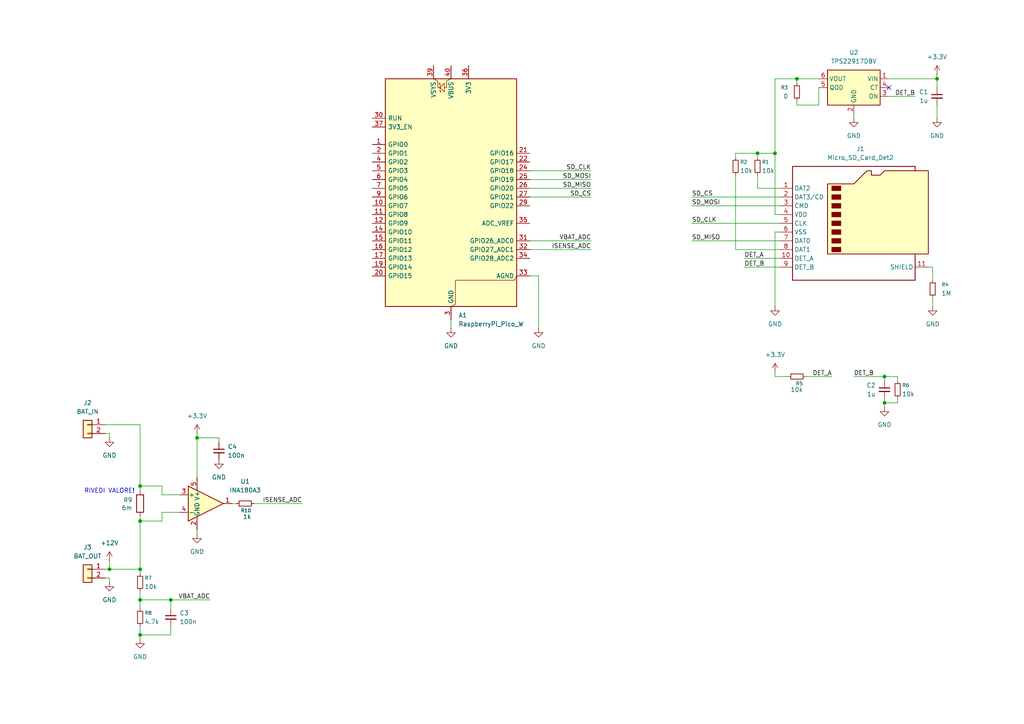
<source format=kicad_sch>
(kicad_sch (version 20250114) (generator "eeschema") (generator_version "9.0")
  (paper "A4")
  (lib_symbols
    (symbol "Amplifier_Current:INA180A3" (pin_names (offset 0.127))
      (property "Reference" "U" (at 3.81 3.81 0))
      (property "Value" "INA180A3" (at 3.81 -2.54 0))
      (symbol "INA180A3_0_1"
        (polyline (pts (xy 5.08 0) (xy -5.08 5.08) (xy -5.08 -5.08) (xy 5.08 0)) (stroke (width 0.254)) (fill (type background)))
      )
      (symbol "INA180A3_1_1"
        (pin input line (at -7.62 2.54 0) (length 2.54) (name "+") (number "3"))
        (pin input line (at -7.62 -2.54 0) (length 2.54) (name "-") (number "4"))
        (pin power_in line (at -2.54 7.62 270) (length 3.81) (name "V+") (number "5"))
        (pin power_in line (at -2.54 -7.62 90) (length 3.81) (name "GND") (number "2"))
        (pin output line (at 7.62 0 180) (length 2.54) (name "~") (number "1"))
      )
    )
    (symbol "Connector:Micro_SD_Card_Det2"
      (property "Reference" "J" (at -16.51 17.78 0))
      (property "Value" "Micro_SD_Card_Det2" (at 16.51 17.78 0))
      (symbol "Micro_SD_Card_Det2_0_1"
        (polyline (pts (xy -8.89 -8.89) (xy -8.89 11.43) (xy -1.27 11.43) (xy 2.54 15.24) (xy 3.81 15.24) (xy 3.81 13.97) (xy 6.35 13.97) (xy 7.62 15.24) (xy 20.32 15.24) (xy 20.32 -8.89) (xy -8.89 -8.89)) (stroke (width 0.254)) (fill (type background)))
        (rectangle (start -7.62 10.795) (end -5.08 9.525) (stroke (width 0.254)) (fill (type outline)))
        (rectangle (start -7.62 8.255) (end -5.08 6.985) (stroke (width 0.254)) (fill (type outline)))
        (rectangle (start -7.62 5.715) (end -5.08 4.445) (stroke (width 0.254)) (fill (type outline)))
        (rectangle (start -7.62 3.175) (end -5.08 1.905) (stroke (width 0.254)) (fill (type outline)))
        (rectangle (start -7.62 0.635) (end -5.08 -0.635) (stroke (width 0.254)) (fill (type outline)))
        (rectangle (start -7.62 -1.905) (end -5.08 -3.175) (stroke (width 0.254)) (fill (type outline)))
        (rectangle (start -7.62 -4.445) (end -5.08 -5.715) (stroke (width 0.254)) (fill (type outline)))
        (rectangle (start -7.62 -6.985) (end -5.08 -8.255) (stroke (width 0.254)) (fill (type outline)))
        (polyline (pts (xy 16.51 15.24) (xy 16.51 16.51) (xy -19.05 16.51) (xy -19.05 -16.51) (xy 16.51 -16.51) (xy 16.51 -8.89)) (stroke (width 0.254)))
      )
      (symbol "Micro_SD_Card_Det2_1_1"
        (pin bidirectional line (at -22.86 10.16 0) (length 3.81) (name "DAT2") (number "1"))
        (pin bidirectional line (at -22.86 7.62 0) (length 3.81) (name "DAT3/CD") (number "2"))
        (pin input line (at -22.86 5.08 0) (length 3.81) (name "CMD") (number "3"))
        (pin power_in line (at -22.86 2.54 0) (length 3.81) (name "VDD") (number "4"))
        (pin input line (at -22.86 0 0) (length 3.81) (name "CLK") (number "5"))
        (pin power_in line (at -22.86 -2.54 0) (length 3.81) (name "VSS") (number "6"))
        (pin bidirectional line (at -22.86 -5.08 0) (length 3.81) (name "DAT0") (number "7"))
        (pin bidirectional line (at -22.86 -7.62 0) (length 3.81) (name "DAT1") (number "8"))
        (pin passive line (at -22.86 -10.16 0) (length 3.81) (name "DET_A") (number "10"))
        (pin passive line (at -22.86 -12.7 0) (length 3.81) (name "DET_B") (number "9"))
        (pin passive line (at 20.32 -12.7 180) (length 3.81) (name "SHIELD") (number "11"))
      )
    )
    (symbol "Connector_Generic:Conn_01x02" (pin_names (offset 1.016) (hide yes))
      (property "Reference" "J" (at 0 2.54 0))
      (property "Value" "Conn_01x02" (at 0 -5.08 0))
      (symbol "Conn_01x02_1_1"
        (rectangle (start -1.27 1.27) (end 1.27 -3.81) (stroke (width 0.254)) (fill (type background)))
        (rectangle (start -1.27 0.127) (end 0 -0.127) (stroke (width 0.1524)))
        (rectangle (start -1.27 -2.413) (end 0 -2.667) (stroke (width 0.1524)))
        (pin passive line (at -5.08 0 0) (length 3.81) (name "Pin_1") (number "1"))
        (pin passive line (at -5.08 -2.54 0) (length 3.81) (name "Pin_2") (number "2"))
      )
    )
    (symbol "Device:C_Small" (pin_numbers (hide yes)) (pin_names (offset 0.254) (hide yes))
      (property "Reference" "C" (at 0.254 1.778 0))
      (property "Value" "C_Small" (at 0.254 -2.032 0))
      (symbol "C_Small_0_1"
        (polyline (pts (xy -1.524 0.508) (xy 1.524 0.508)) (stroke (width 0.3048)))
        (polyline (pts (xy -1.524 -0.508) (xy 1.524 -0.508)) (stroke (width 0.3302)))
      )
      (symbol "C_Small_1_1"
        (pin passive line (at 0 2.54 270) (length 2.032) (name "~") (number "1"))
        (pin passive line (at 0 -2.54 90) (length 2.032) (name "~") (number "2"))
      )
    )
    (symbol "Device:R" (pin_numbers (hide yes)) (pin_names (offset 0))
      (property "Reference" "R" (at 2.032 0 90))
      (property "Value" "R" (at 0 0 90))
      (symbol "R_0_1"
        (rectangle (start -1.016 -2.54) (end 1.016 2.54) (stroke (width 0.254)))
      )
      (symbol "R_1_1"
        (pin passive line (at 0 3.81 270) (length 1.27) (name "~") (number "1"))
        (pin passive line (at 0 -3.81 90) (length 1.27) (name "~") (number "2"))
      )
    )
    (symbol "Device:R_Small" (pin_numbers (hide yes)) (pin_names (offset 0.254) (hide yes))
      (property "Reference" "R" (at 0 0 90))
      (property "Value" "R_Small" (at 1.778 0 90))
      (symbol "R_Small_0_1"
        (rectangle (start -0.762 1.778) (end 0.762 -1.778) (stroke (width 0.2032)))
      )
      (symbol "R_Small_1_1"
        (pin passive line (at 0 2.54 270) (length 0.762) (name "~") (number "1"))
        (pin passive line (at 0 -2.54 90) (length 0.762) (name "~") (number "2"))
      )
    )
    (symbol "MCU_Module:RaspberryPi_Pico_W" (pin_names (offset 0.762))
      (property "Reference" "A" (at -19.05 35.56 0))
      (property "Value" "RaspberryPi_Pico_W" (at 7.62 35.56 0))
      (symbol "RaspberryPi_Pico_W_0_1"
        (rectangle (start -19.05 34.29) (end 19.05 -31.75) (stroke (width 0.254)) (fill (type background)))
        (polyline (pts (xy -5.08 34.29) (xy -3.81 33.655) (xy -3.81 31.75) (xy -3.175 31.75)))
        (polyline (pts (xy -3.429 32.766) (xy -3.429 33.02) (xy -3.175 33.02) (xy -3.175 30.48) (xy -2.921 30.48) (xy -2.921 30.734)))
        (polyline (pts (xy -3.175 31.75) (xy -1.905 33.02) (xy -1.905 30.48) (xy -3.175 31.75)))
        (polyline (pts (xy 0 34.29) (xy -1.27 33.655) (xy -1.27 31.75) (xy -1.905 31.75)))
        (polyline (pts (xy 0 -31.75) (xy 1.27 -31.115) (xy 1.27 -24.13) (xy 18.415 -24.13) (xy 19.05 -22.86)))
      )
      (symbol "RaspberryPi_Pico_W_1_1"
        (pin passive line (at -22.86 22.86 0) (length 3.81) (name "RUN") (number "30"))
        (pin passive line (at -22.86 20.32 0) (length 3.81) (name "3V3_EN") (number "37"))
        (pin bidirectional line (at -22.86 15.24 0) (length 3.81) (name "GPIO0") (number "1"))
        (pin bidirectional line (at -22.86 12.7 0) (length 3.81) (name "GPIO1") (number "2"))
        (pin bidirectional line (at -22.86 10.16 0) (length 3.81) (name "GPIO2") (number "4"))
        (pin bidirectional line (at -22.86 7.62 0) (length 3.81) (name "GPIO3") (number "5"))
        (pin bidirectional line (at -22.86 5.08 0) (length 3.81) (name "GPIO4") (number "6"))
        (pin bidirectional line (at -22.86 2.54 0) (length 3.81) (name "GPIO5") (number "7"))
        (pin bidirectional line (at -22.86 0 0) (length 3.81) (name "GPIO6") (number "9"))
        (pin bidirectional line (at -22.86 -2.54 0) (length 3.81) (name "GPIO7") (number "10"))
        (pin bidirectional line (at -22.86 -5.08 0) (length 3.81) (name "GPIO8") (number "11"))
        (pin bidirectional line (at -22.86 -7.62 0) (length 3.81) (name "GPIO9") (number "12"))
        (pin bidirectional line (at -22.86 -10.16 0) (length 3.81) (name "GPIO10") (number "14"))
        (pin bidirectional line (at -22.86 -12.7 0) (length 3.81) (name "GPIO11") (number "15"))
        (pin bidirectional line (at -22.86 -15.24 0) (length 3.81) (name "GPIO12") (number "16"))
        (pin bidirectional line (at -22.86 -17.78 0) (length 3.81) (name "GPIO13") (number "17"))
        (pin bidirectional line (at -22.86 -20.32 0) (length 3.81) (name "GPIO14") (number "19"))
        (pin bidirectional line (at -22.86 -22.86 0) (length 3.81) (name "GPIO15") (number "20"))
        (pin power_in line (at -5.08 38.1 270) (length 3.81) (name "VSYS") (number "39"))
        (pin power_out line (at 0 38.1 270) (length 3.81) (name "VBUS") (number "40"))
        (pin passive line (at 0 -35.56 90) (length 3.81) (hide yes) (name "GND") (number "13"))
        (pin passive line (at 0 -35.56 90) (length 3.81) (hide yes) (name "GND") (number "18"))
        (pin passive line (at 0 -35.56 90) (length 3.81) (hide yes) (name "GND") (number "23"))
        (pin passive line (at 0 -35.56 90) (length 3.81) (hide yes) (name "GND") (number "28"))
        (pin power_out line (at 0 -35.56 90) (length 3.81) (name "GND") (number "3"))
        (pin passive line (at 0 -35.56 90) (length 3.81) (hide yes) (name "GND") (number "38"))
        (pin passive line (at 0 -35.56 90) (length 3.81) (hide yes) (name "GND") (number "8"))
        (pin power_out line (at 5.08 38.1 270) (length 3.81) (name "3V3") (number "36"))
        (pin bidirectional line (at 22.86 12.7 180) (length 3.81) (name "GPIO16") (number "21"))
        (pin bidirectional line (at 22.86 10.16 180) (length 3.81) (name "GPIO17") (number "22"))
        (pin bidirectional line (at 22.86 7.62 180) (length 3.81) (name "GPIO18") (number "24"))
        (pin bidirectional line (at 22.86 5.08 180) (length 3.81) (name "GPIO19") (number "25"))
        (pin bidirectional line (at 22.86 2.54 180) (length 3.81) (name "GPIO20") (number "26"))
        (pin bidirectional line (at 22.86 0 180) (length 3.81) (name "GPIO21") (number "27"))
        (pin bidirectional line (at 22.86 -2.54 180) (length 3.81) (name "GPIO22") (number "29"))
        (pin power_in line (at 22.86 -7.62 180) (length 3.81) (name "ADC_VREF") (number "35"))
        (pin bidirectional line (at 22.86 -12.7 180) (length 3.81) (name "GPIO26_ADC0") (number "31"))
        (pin bidirectional line (at 22.86 -15.24 180) (length 3.81) (name "GPIO27_ADC1") (number "32"))
        (pin bidirectional line (at 22.86 -17.78 180) (length 3.81) (name "GPIO28_ADC2") (number "34"))
        (pin power_out line (at 22.86 -22.86 180) (length 3.81) (name "AGND") (number "33"))
      )
    )
    (symbol "Power_Management:TPS22917DBV"
      (property "Reference" "U" (at -6.35 6.35 0))
      (property "Value" "TPS22917DBV" (at 2.54 6.35 0))
      (symbol "TPS22917DBV_0_1"
        (rectangle (start -7.62 5.08) (end 7.62 -5.08) (stroke (width 0.254)) (fill (type background)))
      )
      (symbol "TPS22917DBV_1_1"
        (pin power_in line (at -10.16 2.54 0) (length 2.54) (name "VIN") (number "1"))
        (pin output line (at -10.16 0 0) (length 2.54) (name "CT") (number "4"))
        (pin input line (at -10.16 -2.54 0) (length 2.54) (name "ON") (number "3"))
        (pin power_in line (at 0 -7.62 90) (length 2.54) (name "GND") (number "2"))
        (pin power_out line (at 10.16 2.54 180) (length 2.54) (name "VOUT") (number "6"))
        (pin open_collector line (at 10.16 0 180) (length 2.54) (name "QOD") (number "5"))
      )
    )
    (symbol "power:+12V" (power) (pin_numbers (hide yes)) (pin_names (offset 0) (hide yes))
      (property "Value" "+12V" (at 0 3.556 0))
      (symbol "+12V_0_1"
        (polyline (pts (xy -0.762 1.27) (xy 0 2.54)))
        (polyline (pts (xy 0 2.54) (xy 0.762 1.27)))
        (polyline (pts (xy 0 0) (xy 0 2.54)))
      )
      (symbol "+12V_1_1"
        (pin power_in line (at 0 0 90) (length 0) (name "~") (number "1"))
      )
    )
    (symbol "power:+3.3V" (power) (pin_numbers (hide yes)) (pin_names (offset 0) (hide yes))
      (property "Value" "+3.3V" (at 0 3.556 0))
      (symbol "+3.3V_0_1"
        (polyline (pts (xy -0.762 1.27) (xy 0 2.54)))
        (polyline (pts (xy 0 2.54) (xy 0.762 1.27)))
        (polyline (pts (xy 0 0) (xy 0 2.54)))
      )
      (symbol "+3.3V_1_1"
        (pin power_in line (at 0 0 90) (length 0) (name "~") (number "1"))
      )
    )
    (symbol "power:GND" (power) (pin_numbers (hide yes)) (pin_names (offset 0) (hide yes))
      (property "Value" "GND" (at 0 -3.81 0))
      (symbol "GND_0_1"
        (polyline (pts (xy 0 0) (xy 0 -1.27) (xy 1.27 -1.27) (xy 0 -2.54) (xy -1.27 -1.27) (xy 0 -1.27)))
      )
      (symbol "GND_1_1"
        (pin power_in line (at 0 0 270) (length 0) (name "~") (number "1"))
      )
    )
  )
  (text "RIVEDI VALORE!" (at 31.75 142.494 0) (effects (font (size 1.27 1.27))))
  (junction (at 256.54 116.84))
  (junction (at 224.79 44.45))
  (junction (at 57.15 127))
  (junction (at 271.78 22.86))
  (junction (at 31.75 165.1))
  (junction (at 40.64 173.99))
  (junction (at 40.64 140.97))
  (junction (at 40.64 151.13))
  (junction (at 256.54 109.22))
  (junction (at 40.64 184.15))
  (junction (at 49.53 173.99))
  (junction (at 231.14 22.86))
  (junction (at 40.64 165.1))
  (junction (at 219.71 44.45))
  (no_connect (at 257.81 25.4))
  (wire (pts (xy 153.67 69.85) (xy 171.45 69.85)))
  (wire (pts (xy 49.53 176.53) (xy 49.53 173.99)))
  (wire (pts (xy 219.71 44.45) (xy 224.79 44.45)))
  (wire (pts (xy 153.67 52.07) (xy 171.45 52.07)))
  (wire (pts (xy 271.78 22.86) (xy 271.78 25.4)))
  (wire (pts (xy 31.75 165.1) (xy 40.64 165.1)))
  (wire (pts (xy 219.71 54.61) (xy 226.06 54.61)))
  (wire (pts (xy 215.9 77.47) (xy 226.06 77.47)))
  (wire (pts (xy 46.99 148.59) (xy 52.07 148.59)))
  (wire (pts (xy 40.64 173.99) (xy 40.64 176.53)))
  (wire (pts (xy 200.66 64.77) (xy 226.06 64.77)))
  (wire (pts (xy 219.71 45.72) (xy 219.71 44.45)))
  (wire (pts (xy 30.48 165.1) (xy 31.75 165.1)))
  (wire (pts (xy 213.36 44.45) (xy 213.36 45.72)))
  (wire (pts (xy 57.15 127) (xy 57.15 125.73)))
  (wire (pts (xy 224.79 67.31) (xy 226.06 67.31)))
  (wire (pts (xy 153.67 72.39) (xy 171.45 72.39)))
  (wire (pts (xy 260.35 109.22) (xy 260.35 110.49)))
  (wire (pts (xy 224.79 109.22) (xy 224.79 107.95)))
  (wire (pts (xy 49.53 181.61) (xy 49.53 184.15)))
  (wire (pts (xy 256.54 109.22) (xy 256.54 110.49)))
  (wire (pts (xy 260.35 116.84) (xy 256.54 116.84)))
  (wire (pts (xy 237.49 25.4) (xy 237.49 30.48)))
  (wire (pts (xy 265.43 27.94) (xy 257.81 27.94)))
  (wire (pts (xy 260.35 115.57) (xy 260.35 116.84)))
  (wire (pts (xy 270.51 77.47) (xy 269.24 77.47)))
  (wire (pts (xy 224.79 88.9) (xy 224.79 67.31)))
  (wire (pts (xy 271.78 30.48) (xy 271.78 34.29)))
  (wire (pts (xy 49.53 184.15) (xy 40.64 184.15)))
  (wire (pts (xy 256.54 116.84) (xy 256.54 118.11)))
  (wire (pts (xy 231.14 22.86) (xy 231.14 24.13)))
  (wire (pts (xy 31.75 162.56) (xy 31.75 165.1)))
  (wire (pts (xy 231.14 29.21) (xy 231.14 30.48)))
  (wire (pts (xy 46.99 143.51) (xy 52.07 143.51)))
  (wire (pts (xy 31.75 125.73) (xy 30.48 125.73)))
  (wire (pts (xy 60.96 173.99) (xy 49.53 173.99)))
  (wire (pts (xy 40.64 151.13) (xy 46.99 151.13)))
  (wire (pts (xy 153.67 54.61) (xy 171.45 54.61)))
  (wire (pts (xy 213.36 72.39) (xy 226.06 72.39)))
  (wire (pts (xy 153.67 57.15) (xy 171.45 57.15)))
  (wire (pts (xy 57.15 127) (xy 57.15 138.43)))
  (wire (pts (xy 213.36 44.45) (xy 219.71 44.45)))
  (wire (pts (xy 63.5 128.27) (xy 63.5 127)))
  (wire (pts (xy 224.79 44.45) (xy 224.79 62.23)))
  (wire (pts (xy 153.67 49.53) (xy 171.45 49.53)))
  (wire (pts (xy 270.51 81.28) (xy 270.51 77.47)))
  (wire (pts (xy 67.31 146.05) (xy 68.58 146.05)))
  (wire (pts (xy 215.9 74.93) (xy 226.06 74.93)))
  (wire (pts (xy 31.75 168.91) (xy 31.75 167.64)))
  (wire (pts (xy 40.64 181.61) (xy 40.64 184.15)))
  (wire (pts (xy 40.64 165.1) (xy 40.64 151.13)))
  (wire (pts (xy 247.65 109.22) (xy 256.54 109.22)))
  (wire (pts (xy 57.15 153.67) (xy 57.15 154.94)))
  (wire (pts (xy 247.65 33.02) (xy 247.65 34.29)))
  (wire (pts (xy 233.68 109.22) (xy 241.3 109.22)))
  (wire (pts (xy 256.54 109.22) (xy 260.35 109.22)))
  (wire (pts (xy 213.36 50.8) (xy 213.36 72.39)))
  (wire (pts (xy 40.64 184.15) (xy 40.64 185.42)))
  (wire (pts (xy 257.81 22.86) (xy 271.78 22.86)))
  (wire (pts (xy 30.48 123.19) (xy 40.64 123.19)))
  (wire (pts (xy 156.21 80.01) (xy 153.67 80.01)))
  (wire (pts (xy 40.64 140.97) (xy 46.99 140.97)))
  (wire (pts (xy 200.66 69.85) (xy 226.06 69.85)))
  (wire (pts (xy 156.21 95.25) (xy 156.21 80.01)))
  (wire (pts (xy 40.64 165.1) (xy 40.64 166.37)))
  (wire (pts (xy 271.78 22.86) (xy 271.78 21.59)))
  (wire (pts (xy 237.49 22.86) (xy 231.14 22.86)))
  (wire (pts (xy 130.81 92.71) (xy 130.81 95.25)))
  (wire (pts (xy 40.64 171.45) (xy 40.64 173.99)))
  (wire (pts (xy 231.14 30.48) (xy 237.49 30.48)))
  (wire (pts (xy 231.14 22.86) (xy 224.79 22.86)))
  (wire (pts (xy 63.5 127) (xy 57.15 127)))
  (wire (pts (xy 40.64 151.13) (xy 40.64 149.86)))
  (wire (pts (xy 256.54 115.57) (xy 256.54 116.84)))
  (wire (pts (xy 200.66 59.69) (xy 226.06 59.69)))
  (wire (pts (xy 226.06 62.23) (xy 224.79 62.23)))
  (wire (pts (xy 200.66 57.15) (xy 226.06 57.15)))
  (wire (pts (xy 228.6 109.22) (xy 224.79 109.22)))
  (wire (pts (xy 224.79 22.86) (xy 224.79 44.45)))
  (wire (pts (xy 73.66 146.05) (xy 87.63 146.05)))
  (wire (pts (xy 40.64 123.19) (xy 40.64 140.97)))
  (wire (pts (xy 40.64 140.97) (xy 40.64 142.24)))
  (wire (pts (xy 40.64 173.99) (xy 49.53 173.99)))
  (wire (pts (xy 31.75 167.64) (xy 30.48 167.64)))
  (wire (pts (xy 219.71 50.8) (xy 219.71 54.61)))
  (wire (pts (xy 46.99 140.97) (xy 46.99 143.51)))
  (wire (pts (xy 31.75 127) (xy 31.75 125.73)))
  (wire (pts (xy 270.51 86.36) (xy 270.51 88.9)))
  (wire (pts (xy 46.99 151.13) (xy 46.99 148.59)))
  (label "VBAT_ADC" (at 171.45 69.85 180))
  (label "SD_MISO" (at 200.66 69.85 0))
  (label "ISENSE_ADC" (at 87.63 146.05 180))
  (label "DET_A" (at 241.3 109.22 180))
  (label "SD_MOSI" (at 171.45 52.07 180))
  (label "DET_A" (at 215.9 74.93 0))
  (label "SD_MOSI" (at 200.66 59.69 0))
  (label "VBAT_ADC" (at 60.96 173.99 180))
  (label "SD_CS" (at 171.45 57.15 180))
  (label "DET_B" (at 265.43 27.94 180))
  (label "SD_MISO" (at 171.45 54.61 180))
  (label "ISENSE_ADC" (at 171.45 72.39 180))
  (label "SD_CS" (at 200.66 57.15 0))
  (label "DET_B" (at 247.65 109.22 0))
  (label "SD_CLK" (at 171.45 49.53 180))
  (label "SD_CLK" (at 200.66 64.77 0))
  (label "DET_B" (at 215.9 77.47 0))
  (symbol (lib_id "MCU_Module:RaspberryPi_Pico_W") (at 130.81 57.15 0) (unit 1)
    (property "Reference" "A1" (at 132.9533 91.44 0) (effects (justify left)))
    (property "Value" "RaspberryPi_Pico_W" (at 132.9533 93.98 0) (effects (justify left)))
    (property "Footprint" "Module:RaspberryPi_Pico_W_SMD_HandSolder" (effects (hide yes)))
    (property "Datasheet" "https://datasheets.raspberrypi.com/picow/pico-w-datasheet.pdf" (effects (hide yes)))
    (property "Description" "Versatile and inexpensive wireless microcontroller module powered by RP2040 dual-core Arm Cortex-M0+ processor up to 133 MHz, 264kB SRAM, 2MB QSPI flash, Infineon CYW43439 2.4GHz 802.11n wireless LAN; also supports Raspberry Pi Pico 2 W" (effects (hide yes)))
  )
  (symbol (lib_id "power:GND") (at 271.78 34.29 0) (mirror y) (unit 1)
    (property "Reference" "#PWR03" (effects (hide yes)))
    (property "Value" "GND" (at 271.78 39.37 0))
    (property "Description" "Power symbol creates a global label with name \"GND\" , ground" (effects (hide yes)))
  )
  (symbol (lib_id "power:GND") (at 256.54 118.11 0) (unit 1)
    (property "Reference" "#PWR09" (effects (hide yes)))
    (property "Value" "GND" (at 256.54 123.19 0))
    (property "Description" "Power symbol creates a global label with name \"GND\" , ground" (effects (hide yes)))
  )
  (symbol (lib_id "power:+12V") (at 31.75 162.56 0) (unit 1)
    (property "Reference" "#PWR017" (effects (hide yes)))
    (property "Value" "+12V" (at 31.75 157.48 0))
    (property "Description" "Power symbol creates a global label with name \"+12V\"" (effects (hide yes)))
  )
  (symbol (lib_id "Device:C_Small") (at 271.78 27.94 0) (mirror y) (unit 1)
    (property "Reference" "C1" (at 269.24 26.6762 0) (effects (justify left)))
    (property "Value" "1u" (at 269.24 29.2162 0) (effects (justify left)))
    (property "Footprint" "Capacitor_SMD:C_0805_2012Metric_Pad1.18x1.45mm_HandSolder" (effects (hide yes)))
    (property "Description" "Unpolarized capacitor, small symbol" (effects (hide yes)))
  )
  (symbol (lib_id "Connector_Generic:Conn_01x02") (at 25.4 165.1 0) (mirror y) (unit 1)
    (property "Reference" "J3" (at 25.4 158.75 0))
    (property "Value" "BAT_OUT" (at 25.4 161.29 0))
    (property "Description" "Generic connector, single row, 01x02, script generated (kicad-library-utils/schlib/autogen/connector/)" (effects (hide yes)))
  )
  (symbol (lib_id "Device:R_Small") (at 40.64 168.91 0) (unit 1)
    (property "Reference" "R7" (at 41.91 167.64 0) (effects (font (size 1.016 1.016)) (justify left)))
    (property "Value" "10k" (at 41.91 170.18 0) (effects (justify left)))
    (property "Footprint" "Resistor_SMD:R_0805_2012Metric_Pad1.20x1.40mm_HandSolder" (effects (hide yes)))
    (property "Description" "Resistor, small symbol" (effects (hide yes)))
  )
  (symbol (lib_id "power:GND") (at 224.79 88.9 0) (unit 1)
    (property "Reference" "#PWR07" (effects (hide yes)))
    (property "Value" "GND" (at 224.79 93.98 0))
    (property "Description" "Power symbol creates a global label with name \"GND\" , ground" (effects (hide yes)))
  )
  (symbol (lib_id "Device:C_Small") (at 63.5 130.81 0) (unit 1)
    (property "Reference" "C4" (at 66.04 129.5462 0) (effects (justify left)))
    (property "Value" "100n" (at 66.04 132.0862 0) (effects (justify left)))
    (property "Footprint" "Capacitor_SMD:C_0805_2012Metric_Pad1.18x1.45mm_HandSolder" (effects (hide yes)))
    (property "Description" "Unpolarized capacitor, small symbol" (effects (hide yes)))
  )
  (symbol (lib_id "Device:C_Small") (at 256.54 113.03 0) (mirror y) (unit 1)
    (property "Reference" "C2" (at 254 111.7662 0) (effects (justify left)))
    (property "Value" "1u" (at 254 114.3062 0) (effects (justify left)))
    (property "Footprint" "Capacitor_SMD:C_0805_2012Metric_Pad1.18x1.45mm_HandSolder" (effects (hide yes)))
    (property "Description" "Unpolarized capacitor, small symbol" (effects (hide yes)))
  )
  (symbol (lib_id "power:GND") (at 31.75 127 0) (unit 1)
    (property "Reference" "#PWR015" (effects (hide yes)))
    (property "Value" "GND" (at 31.75 132.08 0))
    (property "Description" "Power symbol creates a global label with name \"GND\" , ground" (effects (hide yes)))
  )
  (symbol (lib_id "Connector:Micro_SD_Card_Det2") (at 248.92 64.77 0) (unit 1)
    (property "Reference" "J1" (at 249.555 43.18 0))
    (property "Value" "Micro_SD_Card_Det2" (at 249.555 45.72 0))
    (property "Footprint" "Connector_Card:microSD_HC_Molex_104031-0811" (effects (hide yes)))
    (property "Datasheet" "https://www.hirose.com/en/product/document?clcode=&productname=&series=DM3&documenttype=Catalog&lang=en&documentid=D49662_en" (effects (hide yes)))
    (property "Description" "Micro SD Card Socket with two card detection pins" (effects (hide yes)))
  )
  (symbol (lib_id "Device:R_Small") (at 219.71 48.26 0) (unit 1)
    (property "Reference" "R1" (at 220.98 46.99 0) (effects (font (size 1.016 1.016)) (justify left)))
    (property "Value" "10k" (at 220.98 49.53 0) (effects (justify left)))
    (property "Footprint" "Resistor_SMD:R_0805_2012Metric_Pad1.20x1.40mm_HandSolder" (effects (hide yes)))
    (property "Description" "Resistor, small symbol" (effects (hide yes)))
  )
  (symbol (lib_id "power:GND") (at 40.64 185.42 0) (unit 1)
    (property "Reference" "#PWR06" (effects (hide yes)))
    (property "Value" "GND" (at 40.64 190.5 0))
    (property "Description" "Power symbol creates a global label with name \"GND\" , ground" (effects (hide yes)))
  )
  (symbol (lib_id "power:GND") (at 270.51 88.9 0) (unit 1)
    (property "Reference" "#PWR05" (effects (hide yes)))
    (property "Value" "GND" (at 270.51 93.98 0))
    (property "Description" "Power symbol creates a global label with name \"GND\" , ground" (effects (hide yes)))
  )
  (symbol (lib_id "power:GND") (at 156.21 95.25 0) (unit 1)
    (property "Reference" "#PWR011" (effects (hide yes)))
    (property "Value" "GND" (at 156.21 100.33 0))
    (property "Description" "Power symbol creates a global label with name \"GND\" , ground" (effects (hide yes)))
  )
  (symbol (lib_id "power:GND") (at 57.15 154.94 0) (unit 1)
    (property "Reference" "#PWR014" (effects (hide yes)))
    (property "Value" "GND" (at 57.15 160.02 0))
    (property "Description" "Power symbol creates a global label with name \"GND\" , ground" (effects (hide yes)))
  )
  (symbol (lib_id "Device:R_Small") (at 231.14 26.67 0) (mirror y) (unit 1)
    (property "Reference" "R3" (at 228.6 25.3999 0) (effects (font (size 1.016 1.016)) (justify left)))
    (property "Value" "0" (at 228.6 27.9399 0) (effects (justify left)))
    (property "Footprint" "Resistor_SMD:R_0805_2012Metric_Pad1.20x1.40mm_HandSolder" (effects (hide yes)))
    (property "Description" "Resistor, small symbol" (effects (hide yes)))
  )
  (symbol (lib_id "Amplifier_Current:INA180A3") (at 59.69 146.05 0) (unit 1)
    (property "Reference" "U1" (at 71.12 139.6298 0))
    (property "Value" "INA180A3" (at 71.12 142.1698 0))
    (property "Footprint" "Package_TO_SOT_SMD:SOT-23-5" (effects (hide yes)))
    (property "Datasheet" "http://www.ti.com/lit/ds/symlink/ina180.pdf" (effects (hide yes)))
    (property "Description" "Current Sense Amplifier, 1 Circuit, Rail-to-Rail, 26V, Gain 100 V/V, SOT-23-5" (effects (hide yes)))
  )
  (symbol (lib_id "power:+3.3V") (at 57.15 125.73 0) (mirror y) (unit 1)
    (property "Reference" "#PWR010" (effects (hide yes)))
    (property "Value" "+3.3V" (at 57.15 120.65 0))
    (property "Description" "Power symbol creates a global label with name \"+3.3V\"" (effects (hide yes)))
  )
  (symbol (lib_id "power:GND") (at 247.65 34.29 0) (mirror y) (unit 1)
    (property "Reference" "#PWR04" (effects (hide yes)))
    (property "Value" "GND" (at 247.65 39.37 0))
    (property "Description" "Power symbol creates a global label with name \"GND\" , ground" (effects (hide yes)))
  )
  (symbol (lib_id "power:GND") (at 63.5 133.35 0) (unit 1)
    (property "Reference" "#PWR013" (effects (hide yes)))
    (property "Value" "GND" (at 63.5 138.43 0))
    (property "Description" "Power symbol creates a global label with name \"GND\" , ground" (effects (hide yes)))
  )
  (symbol (lib_id "Connector_Generic:Conn_01x02") (at 25.4 123.19 0) (mirror y) (unit 1)
    (property "Reference" "J2" (at 25.4 116.84 0))
    (property "Value" "BAT_IN" (at 25.4 119.38 0))
    (property "Description" "Generic connector, single row, 01x02, script generated (kicad-library-utils/schlib/autogen/connector/)" (effects (hide yes)))
  )
  (symbol (lib_id "power:+3.3V") (at 224.79 107.95 0) (unit 1)
    (property "Reference" "#PWR08" (effects (hide yes)))
    (property "Value" "+3.3V" (at 224.79 102.87 0))
    (property "Description" "Power symbol creates a global label with name \"+3.3V\"" (effects (hide yes)))
  )
  (symbol (lib_id "Device:R_Small") (at 71.12 146.05 90) (unit 1)
    (property "Reference" "R10" (at 72.898 148.082 90) (effects (font (size 1.016 1.016)) (justify left)))
    (property "Value" "1k" (at 72.898 149.86 90) (effects (justify left)))
    (property "Footprint" "Resistor_SMD:R_0805_2012Metric_Pad1.20x1.40mm_HandSolder" (effects (hide yes)))
    (property "Description" "Resistor, small symbol" (effects (hide yes)))
  )
  (symbol (lib_id "Device:C_Small") (at 49.53 179.07 0) (unit 1)
    (property "Reference" "C3" (at 52.07 177.8062 0) (effects (justify left)))
    (property "Value" "100n" (at 52.07 180.3462 0) (effects (justify left)))
    (property "Footprint" "Capacitor_SMD:C_0805_2012Metric_Pad1.18x1.45mm_HandSolder" (effects (hide yes)))
    (property "Description" "Unpolarized capacitor, small symbol" (effects (hide yes)))
  )
  (symbol (lib_id "Power_Management:TPS22917DBV") (at 247.65 25.4 0) (mirror y) (unit 1)
    (property "Reference" "U2" (at 247.65 15.24 0))
    (property "Value" "TPS22917DBV" (at 247.65 17.78 0))
    (property "Footprint" "Package_TO_SOT_SMD:SOT-23-6" (effects (hide yes)))
    (property "Datasheet" "http://www.ti.com/lit/ds/symlink/tps22917.pdf" (effects (hide yes)))
    (property "Description" "1V to 5.5V, 2A, 80mΩ Ultra-Low Leakage Load Switch, SOT23-6" (effects (hide yes)))
  )
  (symbol (lib_id "Device:R_Small") (at 213.36 48.26 0) (unit 1)
    (property "Reference" "R2" (at 214.63 46.99 0) (effects (font (size 1.016 1.016)) (justify left)))
    (property "Value" "10k" (at 214.63 49.53 0) (effects (justify left)))
    (property "Footprint" "Resistor_SMD:R_0805_2012Metric_Pad1.20x1.40mm_HandSolder" (effects (hide yes)))
    (property "Description" "Resistor, small symbol" (effects (hide yes)))
  )
  (symbol (lib_id "Device:R_Small") (at 270.51 83.82 0) (unit 1)
    (property "Reference" "R4" (at 273.05 82.5499 0) (effects (font (size 1.016 1.016)) (justify left)))
    (property "Value" "1M" (at 273.05 85.0899 0) (effects (justify left)))
    (property "Footprint" "Resistor_SMD:R_0805_2012Metric_Pad1.20x1.40mm_HandSolder" (effects (hide yes)))
    (property "Description" "Resistor, small symbol" (effects (hide yes)))
  )
  (symbol (lib_id "Device:R") (at 40.64 146.05 180) (unit 1)
    (property "Reference" "R9" (at 37.084 145.034 0))
    (property "Value" "6m" (at 36.83 147.32 0))
    (property "Footprint" "Resistor_SMD:R_2512_6332Metric_Pad1.40x3.35mm_HandSolder" (effects (hide yes)))
    (property "Description" "Resistor" (effects (hide yes)))
  )
  (symbol (lib_id "power:GND") (at 31.75 168.91 0) (unit 1)
    (property "Reference" "#PWR016" (effects (hide yes)))
    (property "Value" "GND" (at 31.75 173.99 0))
    (property "Description" "Power symbol creates a global label with name \"GND\" , ground" (effects (hide yes)))
  )
  (symbol (lib_id "power:GND") (at 130.81 95.25 0) (unit 1)
    (property "Reference" "#PWR01" (effects (hide yes)))
    (property "Value" "GND" (at 130.81 100.33 0))
    (property "Description" "Power symbol creates a global label with name \"GND\" , ground" (effects (hide yes)))
  )
  (symbol (lib_id "power:+3.3V") (at 271.78 21.59 0) (mirror y) (unit 1)
    (property "Reference" "#PWR02" (effects (hide yes)))
    (property "Value" "+3.3V" (at 271.78 16.51 0))
    (property "Description" "Power symbol creates a global label with name \"+3.3V\"" (effects (hide yes)))
  )
  (symbol (lib_id "Device:R_Small") (at 260.35 113.03 0) (unit 1)
    (property "Reference" "R6" (at 261.62 111.76 0) (effects (font (size 1.016 1.016)) (justify left)))
    (property "Value" "10k" (at 261.62 114.3 0) (effects (justify left)))
    (property "Footprint" "Resistor_SMD:R_0805_2012Metric_Pad1.20x1.40mm_HandSolder" (effects (hide yes)))
    (property "Description" "Resistor, small symbol" (effects (hide yes)))
  )
  (symbol (lib_id "Device:R_Small") (at 40.64 179.07 0) (unit 1)
    (property "Reference" "R8" (at 41.91 177.8 0) (effects (font (size 1.016 1.016)) (justify left)))
    (property "Value" "4.7k" (at 41.91 180.34 0) (effects (justify left)))
    (property "Footprint" "Resistor_SMD:R_0805_2012Metric_Pad1.20x1.40mm_HandSolder" (effects (hide yes)))
    (property "Description" "Resistor, small symbol" (effects (hide yes)))
  )
  (symbol (lib_id "Device:R_Small") (at 231.14 109.22 90) (unit 1)
    (property "Reference" "R5" (at 232.918 111.252 90) (effects (font (size 1.016 1.016)) (justify left)))
    (property "Value" "10k" (at 232.918 113.03 90) (effects (justify left)))
    (property "Footprint" "Resistor_SMD:R_0805_2012Metric_Pad1.20x1.40mm_HandSolder" (effects (hide yes)))
    (property "Description" "Resistor, small symbol" (effects (hide yes)))
  )
)
</source>
